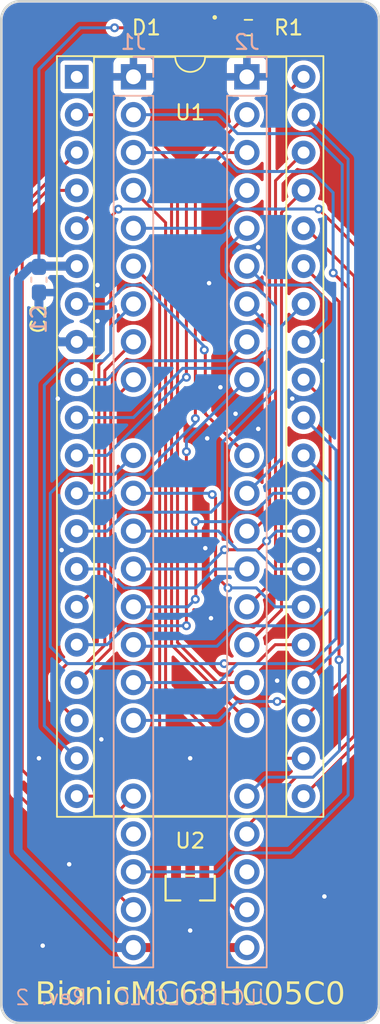
<source format=kicad_pcb>
(kicad_pcb (version 20240108) (generator "pcbnew") (generator_version "8.0")
  (title_block (title "BionicMC68HC05C0") (date "2025-03-02") (rev "2") (company "Tadashi G. Takaoka"))
  (layers (0 "F.Cu" signal) (31 "B.Cu" signal) (34 "B.Paste" user) (35 "F.Paste" user) (36 "B.SilkS" user "B.Silkscreen") (37 "F.SilkS" user "F.Silkscreen") (38 "B.Mask" user) (39 "F.Mask" user) (44 "Edge.Cuts" user))
  (net 0 "")
  (net 1 "VCC")
  (net 2 "GND")
  (net 3 "Net-(D1-K)")
  (net 4 "/P10")
  (net 5 "/P11")
  (net 6 "/P12")
  (net 7 "/P13")
  (net 8 "/P14")
  (net 9 "/P15")
  (net 10 "/P16")
  (net 11 "/P17")
  (net 12 "/P30")
  (net 13 "/P31")
  (net 14 "/P32")
  (net 15 "/P33")
  (net 16 "/P34")
  (net 17 "/P35")
  (net 18 "/P36")
  (net 19 "/P37")
  (net 20 "/P50")
  (net 22 "/P52")
  (net 23 "/P53")
  (net 24 "Net-(J2-P57)")
  (net 26 "/P55")
  (net 27 "/P47")
  (net 28 "/P46")
  (net 29 "/P45")
  (net 30 "/P44")
  (net 31 "/P43")
  (net 32 "/P42")
  (net 33 "/P41")
  (net 34 "/P40")
  (net 35 "/P27")
  (net 36 "/P26")
  (net 37 "/P25")
  (net 38 "/P24")
  (net 39 "/P23")
  (net 40 "/P22")
  (net 41 "/P21")
  (net 42 "/P20")
  (net 43 "/P54")
  (footprint "Capacitor_SMD:C_0603_1608Metric_Pad1.08x0.95mm_HandSolder" (layer "F.Cu") (at 103.54 88.6933 -90)
    (property "Reference" "C2" (at 2.6405 0.03 90) (layer "F.SilkS"))
    (property "Value" "22u")
    (fp_line (start -0.146267 0.51) (end 0.146267 0.51) (stroke (width 0.12)) (layer "F.SilkS"))
    (fp_line (start -0.146267 -0.51) (end 0.146267 -0.51) (stroke (width 0.12)) (layer "F.SilkS"))
    (pad "1" smd roundrect (at -0.8625 0 270) (size 1.075 0.95) (layers "F.Cu" "F.Paste" "F.Mask") (net 1 "VCC"))
    (pad "2" smd roundrect (at 0.8625 0 270) (size 1.075 0.95) (layers "F.Cu" "F.Paste" "F.Mask") (net 2 "GND"))
  )
  (footprint "Resistor_SMD:R_0603_1608Metric_Pad0.98x0.95mm_HandSolder" (layer "F.Cu") (at 117.6135 71.778)
    (property "Reference" "R1" (at 2.6905 0 0) (layer "F.SilkS"))
    (property "Value" "1.6k" (hide yes))
    (fp_line (start -0.254724 -0.5225) (end 0.254724 -0.5225) (stroke (width 0.12)) (layer "F.SilkS"))
    (fp_line (start -0.254724 0.5225) (end 0.254724 0.5225) (stroke (width 0.12)) (layer "F.SilkS"))
    (pad "1" smd roundrect (at -0.9125 0) (size 0.975 0.95) (layers "F.Cu" "F.Paste" "F.Mask") (net 3 "Net-(D1-K)"))
    (pad "2" smd roundrect (at 0.9125 0) (size 0.975 0.95) (layers "F.Cu" "F.Paste" "F.Mask") (net 2 "GND"))
  )
  (footprint "microchip:SOT-23_MC_MCH-M" (layer "F.Cu") (at 113.7 129.513 180)
    (property "Reference" "U2" (at 0 3.1758 0) (layer "F.SilkS"))
    (property "Value" "11AA010-I/TT")
    (fp_line (start 1.652 0.827) (end 1.652 -0.827) (stroke (width 0.1524)) (layer "F.SilkS"))
    (fp_line (start 1.652 -0.827) (end 0.66294 -0.827) (stroke (width 0.1524)) (layer "F.SilkS"))
    (fp_line (start -0.287061 0.827) (end 0.287061 0.827) (stroke (width 0.1524)) (layer "F.SilkS"))
    (fp_line (start -0.66294 -0.827) (end -1.652 -0.827) (stroke (width 0.1524)) (layer "F.SilkS"))
    (fp_line (start -1.652 -0.827) (end -1.652 0.827) (stroke (width 0.1524)) (layer "F.SilkS"))
    (pad "1" smd rect (at -0.950001 1.066 180) (size 0.6604 1.6256) (layers "F.Cu" "F.Paste" "F.Mask") (net 24 "Net-(J2-P57)"))
    (pad "2" smd rect (at 0.950001 1.066 180) (size 0.6604 1.6256) (layers "F.Cu" "F.Paste" "F.Mask") (net 1 "VCC"))
    (pad "3" smd rect (at 0 -1.066 180) (size 0.6604 1.6256) (layers "F.Cu" "F.Paste" "F.Mask") (net 2 "GND"))
  )
  (footprint "bionic:DIP-40_W15.24mm_Socket" (layer "F.Cu") (at 106.08 75.08)
    (property "Reference" "U1" (at 7.62 2.3876 0) (layer "F.SilkS"))
    (property "Value" "MC68HC05C0")
    (fp_line (start -1.33 -1.39) (end -1.33 49.65) (stroke (width 0.12)) (layer "F.SilkS"))
    (fp_line (start -1.33 49.65) (end 16.57 49.65) (stroke (width 0.12)) (layer "F.SilkS"))
    (fp_line (start 1.16 -1.33) (end 1.16 49.59) (stroke (width 0.12)) (layer "F.SilkS"))
    (fp_line (start 1.16 49.59) (end 14.08 49.59) (stroke (width 0.12)) (layer "F.SilkS"))
    (fp_line (start 6.62 -1.33) (end 1.16 -1.33) (stroke (width 0.12)) (layer "F.SilkS"))
    (fp_line (start 14.08 -1.33) (end 8.62 -1.33) (stroke (width 0.12)) (layer "F.SilkS"))
    (fp_line (start 14.08 49.59) (end 14.08 -1.33) (stroke (width 0.12)) (layer "F.SilkS"))
    (fp_line (start 16.57 -1.39) (end -1.33 -1.39) (stroke (width 0.12)) (layer "F.SilkS"))
    (fp_line (start 16.57 49.65) (end 16.57 -1.39) (stroke (width 0.12)) (layer "F.SilkS"))
    (fp_arc (start 8.62 -1.33) (mid 7.62 -0.33) (end 6.62 -1.33) (stroke (width 0.12)) (layer "F.SilkS"))
    (pad "1" thru_hole rect (at 0 0) (size 1.6 1.6) (drill 0.8) (layers "*.Cu" "*.Mask"))
    (pad "2" thru_hole oval (at 0 2.54) (size 1.6 1.6) (drill 0.8) (layers "*.Cu" "*.Mask") (net 28 "/P46"))
    (pad "3" thru_hole oval (at 0 5.08) (size 1.6 1.6) (drill 0.8) (layers "*.Cu" "*.Mask") (net 23 "/P53"))
    (pad "4" thru_hole oval (at 0 7.62) (size 1.6 1.6) (drill 0.8) (layers "*.Cu" "*.Mask") (net 20 "/P50"))
    (pad "5" thru_hole oval (at 0 10.16) (size 1.6 1.6) (drill 0.8) (layers "*.Cu" "*.Mask") (net 27 "/P47"))
    (pad "6" thru_hole oval (at 0 12.7) (size 1.6 1.6) (drill 0.8) (layers "*.Cu" "*.Mask") (net 1 "VCC"))
    (pad "7" thru_hole oval (at 0 15.24) (size 1.6 1.6) (drill 0.8) (layers "*.Cu" "*.Mask") (net 34 "/P40"))
    (pad "8" thru_hole oval (at 0 17.78) (size 1.6 1.6) (drill 0.8) (layers "*.Cu" "*.Mask") (net 2 "GND"))
    (pad "9" thru_hole oval (at 0 20.32) (size 1.6 1.6) (drill 0.8) (layers "*.Cu" "*.Mask") (net 36 "/P26"))
    (pad "10" thru_hole oval (at 0 22.86) (size 1.6 1.6) (drill 0.8) (layers "*.Cu" "*.Mask") (net 37 "/P25"))
    (pad "11" thru_hole oval (at 0 25.4) (size 1.6 1.6) (drill 0.8) (layers "*.Cu" "*.Mask") (net 42 "/P20"))
    (pad "12" thru_hole oval (at 0 27.94) (size 1.6 1.6) (drill 0.8) (layers "*.Cu" "*.Mask") (net 41 "/P21"))
    (pad "13" thru_hole oval (at 0 30.48) (size 1.6 1.6) (drill 0.8) (layers "*.Cu" "*.Mask") (net 39 "/P23"))
    (pad "14" thru_hole oval (at 0 33.02) (size 1.6 1.6) (drill 0.8) (layers "*.Cu" "*.Mask") (net 31 "/P43"))
    (pad "15" thru_hole oval (at 0 35.56) (size 1.6 1.6) (drill 0.8) (layers "*.Cu" "*.Mask") (net 40 "/P22"))
    (pad "16" thru_hole oval (at 0 38.1) (size 1.6 1.6) (drill 0.8) (layers "*.Cu" "*.Mask") (net 35 "/P27"))
    (pad "17" thru_hole oval (at 0 40.64) (size 1.6 1.6) (drill 0.8) (layers "*.Cu" "*.Mask") (net 11 "/P17"))
    (pad "18" thru_hole oval (at 0 43.18) (size 1.6 1.6) (drill 0.8) (layers "*.Cu" "*.Mask") (net 10 "/P16"))
    (pad "19" thru_hole oval (at 0 45.72) (size 1.6 1.6) (drill 0.8) (layers "*.Cu" "*.Mask") (net 9 "/P15"))
    (pad "20" thru_hole oval (at 0 48.26) (size 1.6 1.6) (drill 0.8) (layers "*.Cu" "*.Mask") (net 8 "/P14"))
    (pad "21" thru_hole oval (at 15.24 48.26) (size 1.6 1.6) (drill 0.8) (layers "*.Cu" "*.Mask") (net 7 "/P13"))
    (pad "22" thru_hole oval (at 15.24 45.72) (size 1.6 1.6) (drill 0.8) (layers "*.Cu" "*.Mask") (net 6 "/P12"))
    (pad "23" thru_hole oval (at 15.24 43.18) (size 1.6 1.6) (drill 0.8) (layers "*.Cu" "*.Mask") (net 5 "/P11"))
    (pad "24" thru_hole oval (at 15.24 40.64) (size 1.6 1.6) (drill 0.8) (layers "*.Cu" "*.Mask") (net 4 "/P10"))
    (pad "25" thru_hole oval (at 15.24 38.1) (size 1.6 1.6) (drill 0.8) (layers "*.Cu" "*.Mask") (net 12 "/P30"))
    (pad "26" thru_hole oval (at 15.24 35.56) (size 1.6 1.6) (drill 0.8) (layers "*.Cu" "*.Mask") (net 13 "/P31"))
    (pad "27" thru_hole oval (at 15.24 33.02) (size 1.6 1.6) (drill 0.8) (layers "*.Cu" "*.Mask") (net 14 "/P32"))
    (pad "28" thru_hole oval (at 15.24 30.48) (size 1.6 1.6) (drill 0.8) (layers "*.Cu" "*.Mask") (net 15 "/P33"))
    (pad "29" thru_hole oval (at 15.24 27.94) (size 1.6 1.6) (drill 0.8) (layers "*.Cu" "*.Mask") (net 16 "/P34"))
    (pad "30" thru_hole oval (at 15.24 25.4) (size 1.6 1.6) (drill 0.8) (layers "*.Cu" "*.Mask") (net 17 "/P35"))
    (pad "31" thru_hole oval (at 15.24 22.86) (size 1.6 1.6) (drill 0.8) (layers "*.Cu" "*.Mask") (net 18 "/P36"))
    (pad "32" thru_hole oval (at 15.24 20.32) (size 1.6 1.6) (drill 0.8) (layers "*.Cu" "*.Mask") (net 19 "/P37"))
    (pad "33" thru_hole oval (at 15.24 17.78) (size 1.6 1.6) (drill 0.8) (layers "*.Cu" "*.Mask") (net 38 "/P24"))
    (pad "34" thru_hole oval (at 15.24 15.24) (size 1.6 1.6) (drill 0.8) (layers "*.Cu" "*.Mask") (net 33 "/P41"))
    (pad "35" thru_hole oval (at 15.24 12.7) (size 1.6 1.6) (drill 0.8) (layers "*.Cu" "*.Mask") (net 43 "/P54"))
    (pad "36" thru_hole oval (at 15.24 10.16) (size 1.6 1.6) (drill 0.8) (layers "*.Cu" "*.Mask") (net 26 "/P55"))
    (pad "37" thru_hole oval (at 15.24 7.62) (size 1.6 1.6) (drill 0.8) (layers "*.Cu" "*.Mask") (net 29 "/P45"))
    (pad "38" thru_hole oval (at 15.24 5.08) (size 1.6 1.6) (drill 0.8) (layers "*.Cu" "*.Mask") (net 30 "/P44"))
    (pad "39" thru_hole oval (at 15.24 2.54) (size 1.6 1.6) (drill 0.8) (layers "*.Cu" "*.Mask") (net 22 "/P52"))
    (pad "40" thru_hole oval (at 15.24 0) (size 1.6 1.6) (drill 0.8) (layers "*.Cu" "*.Mask") (net 32 "/P42"))
  )
  (footprint "rhom:LED_CSL1901UW1_ROM-M" (layer "F.Cu") (at 113.7 71.778 180)
    (property "Reference" "D1" (at 2.9464 0 0) (layer "F.SilkS"))
    (property "Value" "CSL1901UW1")
    (fp_circle (center -1.651 0.6858) (end -1.5748 0.6858) (stroke (width 0.1524)) (fill none) (layer "F.SilkS"))
    (pad "1" smd rect (at -0.8763 0 180) (size 0.9652 0.762) (layers "F.Cu" "F.Paste" "F.Mask") (net 3 "Net-(D1-K)"))
    (pad "2" smd rect (at 0.8763 0 180) (size 0.9652 0.762) (layers "F.Cu" "F.Paste" "F.Mask") (net 1 "VCC"))
    (zone (net 0) (net_name "") (layer "F.Cu") (connect_pads (clearance 0)) (min_thickness 0.254)
      (keepout (tracks not_allowed) (vias not_allowed) (pads allowed) (copperpour not_allowed) (footprints allowed))
      (fill (thermal_gap 0.508) (thermal_bridge_width 0.508))
      (polygon (pts (xy 114.0429 72.1336) (xy 113.3571 72.1336) (xy 113.3571 71.4224) (xy 114.0429 71.4224)))
    )
  )
  (footprint "Capacitor_SMD:C_0603_1608Metric_Pad1.08x0.95mm_HandSolder" (layer "B.Cu") (at 103.54 88.6933 -90)
    (property "Reference" "C1" (at 2.6405 0 90) (layer "B.SilkS") (effects (justify mirror)))
    (property "Value" "0.1u" (hide yes))
    (fp_line (start 0.146267 0.51) (end -0.146267 0.51) (stroke (width 0.12)) (layer "B.SilkS"))
    (fp_line (start 0.146267 -0.51) (end -0.146267 -0.51) (stroke (width 0.12)) (layer "B.SilkS"))
    (pad "1" smd roundrect (at -0.8625 0 270) (size 1.075 0.95) (layers "B.Cu" "B.Paste" "B.Mask") (net 1 "VCC"))
    (pad "2" smd roundrect (at 0.8625 0 270) (size 1.075 0.95) (layers "B.Cu" "B.Paste" "B.Mask") (net 2 "GND"))
  )
  (footprint "bionic:Bionic-P135_THT" (layer "B.Cu") (at 109.89 75.08 180)
    (property "Reference" "J1" (at 0 2.33 0) (layer "B.SilkS") (effects (justify mirror)))
    (property "Value" "Bionic-P135")
    (fp_line (start 1.33 -1.27) (end -1.33 -1.27) (stroke (width 0.12)) (layer "B.SilkS"))
    (fp_line (start 1.33 -59.75) (end 1.33 -1.27) (stroke (width 0.12)) (layer "B.SilkS"))
    (fp_line (start 1.33 -59.75) (end -1.33 -59.75) (stroke (width 0.12)) (layer "B.SilkS"))
    (fp_line (start 0 1.33) (end -1.33 1.33) (stroke (width 0.12)) (layer "B.SilkS"))
    (fp_line (start -1.33 1.33) (end -1.33 0) (stroke (width 0.12)) (layer "B.SilkS"))
    (fp_line (start -1.33 -59.75) (end -1.33 -1.27) (stroke (width 0.12)) (layer "B.SilkS"))
    (pad "1" thru_hole rect (at 0 0 180) (size 1.7 1.7) (drill 1) (layers "*.Cu" "*.Mask") (net 2 "GND"))
    (pad "2" thru_hole oval (at 0 -2.54 180) (size 1.7 1.7) (drill 1) (layers "*.Cu" "*.Mask") (net 4 "/P10"))
    (pad "3" thru_hole oval (at 0 -5.08 180) (size 1.7 1.7) (drill 1) (layers "*.Cu" "*.Mask") (net 5 "/P11"))
    (pad "4" thru_hole oval (at 0 -7.62 180) (size 1.7 1.7) (drill 1) (layers "*.Cu" "*.Mask") (net 6 "/P12"))
    (pad "5" thru_hole oval (at 0 -10.16 180) (size 1.7 1.7) (drill 1) (layers "*.Cu" "*.Mask") (net 7 "/P13"))
    (pad "6" thru_hole oval (at 0 -12.7 180) (size 1.7 1.7) (drill 1) (layers "*.Cu" "*.Mask") (net 8 "/P14"))
    (pad "7" thru_hole oval (at 0 -15.24 180) (size 1.7 1.7) (drill 1) (layers "*.Cu" "*.Mask") (net 9 "/P15"))
    (pad "8" thru_hole oval (at 0 -17.78 180) (size 1.7 1.7) (drill 1) (layers "*.Cu" "*.Mask") (net 10 "/P16"))
    (pad "9" thru_hole oval (at 0 -20.32 180) (size 1.7 1.7) (drill 1) (layers "*.Cu" "*.Mask") (net 11 "/P17"))
    (pad "11" thru_hole oval (at 0 -25.4 180) (size 1.7 1.7) (drill 1) (layers "*.Cu" "*.Mask") (net 12 "/P30"))
    (pad "12" thru_hole oval (at 0 -27.94 180) (size 1.7 1.7) (drill 1) (layers "*.Cu" "*.Mask") (net 13 "/P31"))
    (pad "13" thru_hole oval (at 0 -30.48 180) (size 1.7 1.7) (drill 1) (layers "*.Cu" "*.Mask") (net 14 "/P32"))
    (pad "14" thru_hole oval (at 0 -33.02 180) (size 1.7 1.7) (drill 1) (layers "*.Cu" "*.Mask") (net 15 "/P33"))
    (pad "15" thru_hole oval (at 0 -35.56 180) (size 1.7 1.7) (drill 1) (layers "*.Cu" "*.Mask") (net 16 "/P34"))
    (pad "16" thru_hole oval (at 0 -38.1 180) (size 1.7 1.7) (drill 1) (layers "*.Cu" "*.Mask") (net 17 "/P35"))
    (pad "17" thru_hole oval (at 0 -40.64 180) (size 1.7 1.7) (drill 1) (layers "*.Cu" "*.Mask") (net 18 "/P36"))
    (pad "18" thru_hole oval (at 0 -43.18 180) (size 1.7 1.7) (drill 1) (layers "*.Cu" "*.Mask") (net 19 "/P37"))
    (pad "20" thru_hole oval (at 0 -48.26 180) (size 1.7 1.7) (drill 1) (layers "*.Cu" "*.Mask") (net 20 "/P50"))
    (pad "21" thru_hole oval (at 0 -50.8 180) (size 1.7 1.7) (drill 1) (layers "*.Cu" "*.Mask"))
    (pad "22" thru_hole oval (at 0 -53.34 180) (size 1.7 1.7) (drill 1) (layers "*.Cu" "*.Mask") (net 22 "/P52"))
    (pad "23" thru_hole oval (at 0 -55.88 180) (size 1.7 1.7) (drill 1) (layers "*.Cu" "*.Mask") (net 23 "/P53"))
    (pad "24" thru_hole oval (at 0 -58.42 180) (size 1.7 1.7) (drill 1) (layers "*.Cu" "*.Mask") (net 1 "VCC"))
  )
  (footprint "bionic:Bionic-P245_THT" (layer "B.Cu") (at 117.51 75.08 180)
    (property "Reference" "J2" (at 0 2.33 0) (layer "B.SilkS") (effects (justify mirror)))
    (property "Value" "Bionic-P245")
    (fp_line (start 1.33 -1.27) (end -1.33 -1.27) (stroke (width 0.12)) (layer "B.SilkS"))
    (fp_line (start 1.33 -59.75) (end 1.33 -1.27) (stroke (width 0.12)) (layer "B.SilkS"))
    (fp_line (start 1.33 -59.75) (end -1.33 -59.75) (stroke (width 0.12)) (layer "B.SilkS"))
    (fp_line (start 0 1.33) (end -1.33 1.33) (stroke (width 0.12)) (layer "B.SilkS"))
    (fp_line (start -1.33 1.33) (end -1.33 0) (stroke (width 0.12)) (layer "B.SilkS"))
    (fp_line (start -1.33 -59.75) (end -1.33 -1.27) (stroke (width 0.12)) (layer "B.SilkS"))
    (pad "25" thru_hole oval (at 0 -58.42 180) (size 1.7 1.7) (drill 1) (layers "*.Cu" "*.Mask") (net 1 "VCC"))
    (pad "26" thru_hole oval (at 0 -55.88 180) (size 1.7 1.7) (drill 1) (layers "*.Cu" "*.Mask") (net 24 "Net-(J2-P57)"))
    (pad "27" thru_hole oval (at 0 -53.34 180) (size 1.7 1.7) (drill 1) (layers "*.Cu" "*.Mask"))
    (pad "28" thru_hole oval (at 0 -50.8 180) (size 1.7 1.7) (drill 1) (layers "*.Cu" "*.Mask") (net 26 "/P55"))
    (pad "29" thru_hole oval (at 0 -48.26 180) (size 1.7 1.7) (drill 1) (layers "*.Cu" "*.Mask") (net 43 "/P54"))
    (pad "31" thru_hole oval (at 0 -43.18 180) (size 1.7 1.7) (drill 1) (layers "*.Cu" "*.Mask") (net 27 "/P47"))
    (pad "32" thru_hole oval (at 0 -40.64 180) (size 1.7 1.7) (drill 1) (layers "*.Cu" "*.Mask") (net 28 "/P46"))
    (pad "33" thru_hole oval (at 0 -38.1 180) (size 1.7 1.7) (drill 1) (layers "*.Cu" "*.Mask") (net 29 "/P45"))
    (pad "34" thru_hole oval (at 0 -35.56 180) (size 1.7 1.7) (drill 1) (layers "*.Cu" "*.Mask") (net 30 "/P44"))
    (pad "35" thru_hole oval (at 0 -33.02 180) (size 1.7 1.7) (drill 1) (layers "*.Cu" "*.Mask") (net 31 "/P43"))
    (pad "36" thru_hole oval (at 0 -30.48 180) (size 1.7 1.7) (drill 1) (layers "*.Cu" "*.Mask") (net 32 "/P42"))
    (pad "37" thru_hole oval (at 0 -27.94 180) (size 1.7 1.7) (drill 1) (layers "*.Cu" "*.Mask") (net 33 "/P41"))
    (pad "38" thru_hole oval (at 0 -25.4 180) (size 1.7 1.7) (drill 1) (layers "*.Cu" "*.Mask") (net 34 "/P40"))
    (pad "40" thru_hole oval (at 0 -20.32 180) (size 1.7 1.7) (drill 1) (layers "*.Cu" "*.Mask") (net 35 "/P27"))
    (pad "41" thru_hole oval (at 0 -17.78 180) (size 1.7 1.7) (drill 1) (layers "*.Cu" "*.Mask") (net 36 "/P26"))
    (pad "42" thru_hole oval (at 0 -15.24 180) (size 1.7 1.7) (drill 1) (layers "*.Cu" "*.Mask") (net 37 "/P25"))
    (pad "43" thru_hole oval (at 0 -12.7 180) (size 1.7 1.7) (drill 1) (layers "*.Cu" "*.Mask") (net 38 "/P24"))
    (pad "44" thru_hole oval (at 0 -10.16 180) (size 1.7 1.7) (drill 1) (layers "*.Cu" "*.Mask") (net 39 "/P23"))
    (pad "45" thru_hole oval (at 0 -7.62 180) (size 1.7 1.7) (drill 1) (layers "*.Cu" "*.Mask") (net 40 "/P22"))
    (pad "46" thru_hole oval (at 0 -5.08 180) (size 1.7 1.7) (drill 1) (layers "*.Cu" "*.Mask") (net 41 "/P21"))
    (pad "47" thru_hole oval (at 0 -2.54 180) (size 1.7 1.7) (drill 1) (layers "*.Cu" "*.Mask") (net 42 "/P20"))
    (pad "48" thru_hole rect (at 0 0 180) (size 1.7 1.7) (drill 1) (layers "*.Cu" "*.Mask") (net 2 "GND"))
  )
  (gr_line (start 125.13 70) (end 102.27 70) (stroke (width 0.15)) (layer "Edge.Cuts"))
  (gr_line (start 126.4 137.31) (end 126.4 71.27) (stroke (width 0.15)) (layer "Edge.Cuts"))
  (gr_arc (start 101 71.27) (mid 101.371974 70.371974) (end 102.27 70) (stroke (width 0.15)) (layer "Edge.Cuts"))
  (gr_line (start 102.27 138.58) (end 125.13 138.58) (stroke (width 0.15)) (layer "Edge.Cuts"))
  (gr_arc (start 125.13 70) (mid 126.028026 70.371974) (end 126.4 71.27) (stroke (width 0.15)) (layer "Edge.Cuts"))
  (gr_arc (start 102.27 138.58) (mid 101.371974 138.208026) (end 101 137.31) (stroke (width 0.15)) (layer "Edge.Cuts"))
  (gr_line (start 101 71.27) (end 101 137.31) (stroke (width 0.15)) (layer "Edge.Cuts"))
  (gr_arc (start 126.4 137.31) (mid 126.028026 138.208026) (end 125.13 138.58) (stroke (width 0.15)) (layer "Edge.Cuts"))
  (gr_text "Rev. 2" (at 106.842 137.437 0) (layer "B.SilkS") (effects (font (size 1 1)) (justify left bottom mirror)))
  (gr_text "JLCJLCJLCJLC" (at 113.827 137.437 0) (layer "B.SilkS") (effects (font (size 1 1)) (justify bottom mirror)))
  (gr_text "BionicMC68HC05C0" (at 113.7 136.675 0) (layer "F.SilkS") (effects (font (size 1.5 1.5))))
  (segment (start 103.5908 87.78) (end 103.54 87.8308) (width 0.2) (layer "F.Cu") (net 1))
  (segment (start 112.7348 133.5) (end 117.51 133.5) (width 0.6) (layer "F.Cu") (net 1))
  (segment (start 112.811 71.7907) (end 112.8237 71.778) (width 0.2) (layer "F.Cu") (net 1))
  (segment (start 103.54 87.78) (end 106.08 87.78) (width 0.6) (layer "F.Cu") (net 1))
  (segment (start 109.89 133.5) (end 112.7348 133.5) (width 0.6) (layer "F.Cu") (net 1))
  (segment (start 112.749999 133.484801) (end 112.7348 133.5) (width 0.2) (layer "F.Cu") (net 1))
  (segment (start 112.749999 128.447) (end 112.749999 133.484801) (width 0.2) (layer "F.Cu") (net 1))
  (segment (start 108.62 71.7907) (end 112.811 71.7907) (width 0.2) (layer "F.Cu") (net 1))
  (via (at 108.62 71.7907) (size 0.6) (drill 0.3) (layers "F.Cu" "B.Cu") (net 1))
  (segment (start 102.143 88.669) (end 103.032 87.78) (width 0.6) (layer "B.Cu") (net 1))
  (segment (start 103.4726 87.8993) (end 103.4207 87.8993) (width 0.2) (layer "B.Cu") (net 1))
  (segment (start 105.8414 88.0186) (end 106.08 87.78) (width 0.2) (layer "B.Cu") (net 1))
  (segment (start 103.032 87.78) (end 106.08 87.78) (width 0.6) (layer "B.Cu") (net 1))
  (segment (start 102.143 127.023) (end 102.143 88.669) (width 0.6) (layer "B.Cu") (net 1))
  (segment (start 108.62 71.7907) (end 106.3213 71.7907) (width 0.2) (layer "B.Cu") (net 1))
  (segment (start 106.3213 71.7907) (end 103.54 74.572) (width 0.2) (layer "B.Cu") (net 1))
  (segment (start 108.62 133.5) (end 102.143 127.023) (width 0.6) (layer "B.Cu") (net 1))
  (segment (start 109.89 133.5) (end 108.62 133.5) (width 0.6) (layer "B.Cu") (net 1))
  (segment (start 103.54 74.572) (end 103.54 87.8319) (width 0.2) (layer "B.Cu") (net 1))
  (segment (start 103.54 87.8319) (end 103.4726 87.8993) (width 0.2) (layer "B.Cu") (net 1))
  (segment (start 103.54 89.5558) (end 103.54 91.59) (width 0.6) (layer "F.Cu") (net 2))
  (segment (start 104.81 92.86) (end 107.477 92.86) (width 0.6) (layer "F.Cu") (net 2))
  (segment (start 103.54 91.59) (end 104.81 92.86) (width 0.6) (layer "F.Cu") (net 2))
  (via (at 122.59 94.13) (size 0.6) (drill 0.3) (layers "F.Cu" "B.Cu") (net 2))
  (via (at 107.731 119.53) (size 0.6) (drill 0.3) (layers "F.Cu" "B.Cu") (net 2))
  (via (at 113.7 132.357) (size 0.6) (drill 0.3) (layers "F.Cu" "B.Cu") (net 2))
  (via (at 114.843 99.337) (size 0.6) (drill 0.3) (layers "F.Cu" "B.Cu") (net 2))
  (via (at 103.54 120.8) (size 0.6) (drill 0.3) (layers "F.Cu" "B.Cu") (net 2))
  (via (at 105.572 127.912) (size 0.6) (drill 0.3) (layers "F.Cu" "B.Cu") (net 2))
  (via (at 114.716 106.703) (size 0.6) (drill 0.3) (layers "F.Cu" "B.Cu") (net 2))
  (via (at 113.7 120.8) (size 0.6) (drill 0.3) (layers "F.Cu" "B.Cu") (net 2))
  (via (at 120.558 96.67) (size 0.6) (drill 0.3) (layers "F.Cu" "B.Cu") (net 2))
  (via (at 107.477 91.463) (size 0.6) (drill 0.3) (layers "F.Cu" "B.Cu") (net 2))
  (via (at 107.477 89.05) (size 0.6) (drill 0.3) (layers "F.Cu" "B.Cu") (net 2))
  (via (at 104.81 96.67) (size 0.6) (drill 0.3) (layers "F.Cu" "B.Cu") (net 2))
  (via (at 105.064 106.83) (size 0.6) (drill 0.3) (layers "F.Cu" "B.Cu") (net 2))
  (via (at 122.336 106.83) (size 0.6) (drill 0.3) (layers "F.Cu" "B.Cu") (net 2))
  (via (at 116.748 97.686) (size 0.6) (drill 0.3) (layers "F.Cu" "B.Cu") (net 2))
  (via (at 115.097 111.402) (size 0.6) (drill 0.3) (layers "F.Cu" "B.Cu") (net 2))
  (via (at 103.794 133.373) (size 0.6) (drill 0.3) (layers "F.Cu" "B.Cu") (net 2))
  (via (at 114.97 88.923) (size 0.6) (drill 0.3) (layers "F.Cu" "B.Cu") (net 2))
  (via (at 115.732 95.908) (size 0.6) (drill 0.3) (layers "F.Cu" "B.Cu") (net 2))
  (via (at 122.717 130.071) (size 0.6) (drill 0.3) (layers "F.Cu" "B.Cu") (net 2))
  (via (at 118.272 86.51) (size 0.6) (drill 0.3) (layers "F.Cu" "B.Cu") (net 2))
  (via (at 118.272 98.702) (size 0.6) (drill 0.3) (layers "F.Cu" "B.Cu") (net 2))
  (via (at 119.542 115.593) (size 0.6) (drill 0.3) (layers "F.Cu" "B.Cu") (net 2))
  (segment (start 104.81 92.86) (end 107.477 92.86) (width 0.6) (layer "B.Cu") (net 2))
  (segment (start 103.54 91.59) (end 104.81 92.86) (width 0.6) (layer "B.Cu") (net 2))
  (segment (start 103.54 89.5569) (end 103.54 91.59) (width 0.6) (layer "B.Cu") (net 2))
  (segment (start 114.5763 71.778) (end 116.701 71.778) (width 0.2) (layer "F.Cu") (net 3))
  (segment (start 123.9108 80.9728) (end 121.828 78.89) (width 0.2) (layer "B.Cu") (net 4))
  (segment (start 115.605 77.62) (end 109.89 77.62) (width 0.2) (layer "B.Cu") (net 4))
  (segment (start 121.32 115.72) (end 123.9108 113.1292) (width 0.2) (layer "B.Cu") (net 4))
  (segment (start 123.9108 113.1292) (end 123.9108 80.9728) (width 0.2) (layer "B.Cu") (net 4))
  (segment (start 116.875 78.89) (end 115.605 77.62) (width 0.2) (layer "B.Cu") (net 4))
  (segment (start 121.828 78.89) (end 116.875 78.89) (width 0.2) (layer "B.Cu") (net 4))
  (segment (start 123.3108 88.23435) (end 124.33 89.25355) (width 0.2) (layer "F.Cu") (net 5))
  (segment (start 124.33 89.25355) (end 124.33 115.123) (width 0.2) (layer "F.Cu") (net 5))
  (segment (start 124.33 115.123) (end 121.32 118.133) (width 0.2) (layer "F.Cu") (net 5))
  (segment (start 121.32 118.133) (end 121.32 118.26) (width 0.2) (layer "F.Cu") (net 5))
  (via (at 123.3108 88.23435) (size 0.6) (drill 0.3) (layers "F.Cu" "B.Cu") (net 5))
  (segment (start 115.605 80.16) (end 109.89 80.16) (width 0.2) (layer "B.Cu") (net 5))
  (segment (start 123.3012 88.22475) (end 123.3012 82.8524) (width 0.2) (layer "B.Cu") (net 5))
  (segment (start 123.3012 82.8524) (end 121.8788 81.43) (width 0.2) (layer "B.Cu") (net 5))
  (segment (start 116.875 81.43) (end 115.605 80.16) (width 0.2) (layer "B.Cu") (net 5))
  (segment (start 123.3108 88.23435) (end 123.3012 88.22475) (width 0.2) (layer "B.Cu") (net 5))
  (segment (start 121.8788 81.43) (end 116.875 81.43) (width 0.2) (layer "B.Cu") (net 5))
  (segment (start 112.049 116.101) (end 112.049 84.859) (width 0.2) (layer "F.Cu") (net 6))
  (segment (start 121.32 120.8) (end 116.748 120.8) (width 0.2) (layer "F.Cu") (net 6))
  (segment (start 112.049 84.859) (end 109.89 82.7) (width 0.2) (layer "F.Cu") (net 6))
  (segment (start 116.748 120.8) (end 112.049 116.101) (width 0.2) (layer "F.Cu") (net 6))
  (segment (start 125.13 119.53) (end 121.32 123.34) (width 0.2) (layer "F.Cu") (net 7))
  (segment (start 122.3297 83.9484) (end 125.13 86.7487) (width 0.2) (layer "F.Cu") (net 7))
  (segment (start 125.13 86.7487) (end 125.13 119.53) (width 0.2) (layer "F.Cu") (net 7))
  (via (at 122.3297 83.9484) (size 0.6) (drill 0.3) (layers "F.Cu" "B.Cu") (net 7))
  (segment (start 117.0259 83.9484) (end 122.3297 83.9484) (width 0.2) (layer "B.Cu") (net 7))
  (segment (start 115.7343 85.24) (end 117.0259 83.9484) (width 0.2) (layer "B.Cu") (net 7))
  (segment (start 109.89 85.24) (end 115.7343 85.24) (width 0.2) (layer "B.Cu") (net 7))
  (segment (start 111.649 119.041) (end 107.35 123.34) (width 0.2) (layer "F.Cu") (net 8))
  (segment (start 109.89 87.78) (end 111.649 89.539) (width 0.2) (layer "F.Cu") (net 8))
  (segment (start 111.649 89.539) (end 111.649 119.041) (width 0.2) (layer "F.Cu") (net 8))
  (segment (start 107.35 123.34) (end 106.08 123.34) (width 0.2) (layer "F.Cu") (net 8))
  (segment (start 108.366 91.844) (end 108.366 93.622) (width 0.2) (layer "B.Cu") (net 9))
  (segment (start 109.89 90.32) (end 108.366 91.844) (width 0.2) (layer "B.Cu") (net 9))
  (segment (start 108.366 93.622) (end 107.858 94.13) (width 0.2) (layer "B.Cu") (net 9))
  (segment (start 103.902 95.7703) (end 103.902 118.622) (width 0.2) (layer "B.Cu") (net 9))
  (segment (start 105.5423 94.13) (end 103.902 95.7703) (width 0.2) (layer "B.Cu") (net 9))
  (segment (start 107.858 94.13) (end 105.5423 94.13) (width 0.2) (layer "B.Cu") (net 9))
  (segment (start 103.902 118.622) (end 106.08 120.8) (width 0.2) (layer "B.Cu") (net 9))
  (segment (start 104.556 115.339) (end 105.445 114.45) (width 0.2) (layer "F.Cu") (net 10))
  (segment (start 104.556 116.736) (end 104.556 115.339) (width 0.2) (layer "F.Cu") (net 10))
  (segment (start 106.715 114.45) (end 107.966 113.199) (width 0.2) (layer "F.Cu") (net 10))
  (segment (start 107.966 113.199) (end 107.966 94.784) (width 0.2) (layer "F.Cu") (net 10))
  (segment (start 107.966 94.784) (end 109.89 92.86) (width 0.2) (layer "F.Cu") (net 10))
  (segment (start 105.445 114.45) (end 106.715 114.45) (width 0.2) (layer "F.Cu") (net 10))
  (segment (start 106.08 118.26) (end 104.556 116.736) (width 0.2) (layer "F.Cu") (net 10))
  (segment (start 108.366 113.434) (end 108.366 96.924) (width 0.2) (layer "F.Cu") (net 11))
  (segment (start 108.366 96.924) (end 109.89 95.4) (width 0.2) (layer "F.Cu") (net 11))
  (segment (start 106.08 115.72) (end 108.366 113.434) (width 0.2) (layer "F.Cu") (net 11))
  (segment (start 119.415 113.18) (end 121.32 113.18) (width 0.2) (layer "F.Cu") (net 12))
  (segment (start 115.986 114.45) (end 118.145 114.45) (width 0.2) (layer "F.Cu") (net 12))
  (segment (start 118.145 114.45) (end 119.415 113.18) (width 0.2) (layer "F.Cu") (net 12))
  (via (at 115.986 114.45) (size 0.6) (drill 0.3) (layers "F.Cu" "B.Cu") (net 12))
  (segment (start 115.986 114.45) (end 115.9858 114.4502) (width 0.2) (layer "B.Cu") (net 12))
  (segment (start 105.4452 114.4502) (end 104.302 113.307) (width 0.2) (layer "B.Cu") (net 12))
  (segment (start 108.62 101.75) (end 109.89 100.48) (width 0.2) (layer "B.Cu") (net 12))
  (segment (start 104.302 103.02) (end 105.572 101.75) (width 0.2) (layer "B.Cu") (net 12))
  (segment (start 115.9858 114.4502) (end 105.4452 114.4502) (width 0.2) (layer "B.Cu") (net 12))
  (segment (start 104.302 113.307) (end 104.302 103.02) (width 0.2) (layer "B.Cu") (net 12))
  (segment (start 105.572 101.75) (end 108.62 101.75) (width 0.2) (layer "B.Cu") (net 12))
  (segment (start 115.406235 108.536235) (end 116.24 109.37) (width 0.2) (layer "F.Cu") (net 13))
  (segment (start 115.180735 103.103735) (end 115.406235 103.329235) (width 0.2) (layer "F.Cu") (net 13))
  (segment (start 115.406235 103.329235) (end 115.406235 108.536235) (width 0.2) (layer "F.Cu") (net 13))
  (via (at 115.180735 103.103735) (size 0.6) (drill 0.3) (layers "F.Cu" "B.Cu") (net 13))
  (via (at 116.24 109.37) (size 0.6) (drill 0.3) (layers "F.Cu" "B.Cu") (net 13))
  (segment (start 115.097 103.02) (end 115.180735 103.103735) (width 0.2) (layer "B.Cu") (net 13))
  (segment (start 109.89 103.02) (end 115.097 103.02) (width 0.2) (layer "B.Cu") (net 13))
  (segment (start 119.415 110.64) (end 121.32 110.64) (width 0.2) (layer "B.Cu") (net 13))
  (segment (start 116.24 109.37) (end 118.145 109.37) (width 0.2) (layer "B.Cu") (net 13))
  (segment (start 118.145 109.37) (end 119.415 110.64) (width 0.2) (layer "B.Cu") (net 13))
  (segment (start 109.89 105.56) (end 115.605 105.56) (width 0.2) (layer "B.Cu") (net 14))
  (segment (start 116.8697 106.8247) (end 118.1397 106.8247) (width 0.2) (layer "B.Cu") (net 14))
  (segment (start 115.605 105.56) (end 116.8697 106.8247) (width 0.2) (layer "B.Cu") (net 14))
  (segment (start 118.1397 106.8247) (end 119.415 108.1) (width 0.2) (layer "B.Cu") (net 14))
  (segment (start 119.415 108.1) (end 121.32 108.1) (width 0.2) (layer "B.Cu") (net 14))
  (segment (start 118.248935 106.809765) (end 118.834 106.2247) (width 0.2) (layer "F.Cu") (net 15))
  (segment (start 116.006235 106.809765) (end 118.248935 106.809765) (width 0.2) (layer "F.Cu") (net 15))
  (via (at 116.006235 106.809765) (size 0.6) (drill 0.3) (layers "F.Cu" "B.Cu") (net 15))
  (via (at 118.834 106.2247) (size 0.6) (drill 0.3) (layers "F.Cu" "B.Cu") (net 15))
  (segment (start 118.834 106.2247) (end 119.4987 105.56) (width 0.2) (layer "B.Cu") (net 15))
  (segment (start 116.006235 106.809765) (end 114.716 108.1) (width 0.2) (layer "B.Cu") (net 15))
  (segment (start 114.716 108.1) (end 109.89 108.1) (width 0.2) (layer "B.Cu") (net 15))
  (segment (start 119.4987 105.56) (end 121.32 105.56) (width 0.2) (layer "B.Cu") (net 15))
  (segment (start 114.046 110.132) (end 114.081 110.097) (width 0.2) (layer "F.Cu") (net 16))
  (segment (start 114.081 110.097) (end 114.081 104.96) (width 0.2) (layer "F.Cu") (net 16))
  (segment (start 114.081 104.96) (end 114.046 104.925) (width 0.2) (layer "F.Cu") (net 16))
  (via (at 114.046 104.925) (size 0.6) (drill 0.3) (layers "F.Cu" "B.Cu") (net 16))
  (via (at 114.046 110.132) (size 0.6) (drill 0.3) (layers "F.Cu" "B.Cu") (net 16))
  (segment (start 116.367 104.925) (end 117.002 104.29) (width 0.2) (layer "B.Cu") (net 16))
  (segment (start 113.538 110.64) (end 109.89 110.64) (width 0.2) (layer "B.Cu") (net 16))
  (segment (start 119.288 103.02) (end 121.32 103.02) (width 0.2) (layer "B.Cu") (net 16))
  (segment (start 117.002 104.29) (end 118.018 104.29) (width 0.2) (layer "B.Cu") (net 16))
  (segment (start 118.018 104.29) (end 119.288 103.02) (width 0.2) (layer "B.Cu") (net 16))
  (segment (start 114.046 110.132) (end 113.538 110.64) (width 0.2) (layer "B.Cu") (net 16))
  (segment (start 114.046 104.925) (end 116.367 104.925) (width 0.2) (layer "B.Cu") (net 16))
  (segment (start 109.9914 113.2814) (end 115.5036 113.2814) (width 0.2) (layer "B.Cu") (net 17))
  (segment (start 123.098 110.767) (end 123.098 102.258) (width 0.2) (layer "B.Cu") (net 17))
  (segment (start 116.875 111.91) (end 121.955 111.91) (width 0.2) (layer "B.Cu") (net 17))
  (segment (start 121.955 111.91) (end 123.098 110.767) (width 0.2) (layer "B.Cu") (net 17))
  (segment (start 109.89 113.18) (end 109.9914 113.2814) (width 0.2) (layer "B.Cu") (net 17))
  (segment (start 123.098 102.258) (end 121.32 100.48) (width 0.2) (layer "B.Cu") (net 17))
  (segment (start 115.5036 113.2814) (end 116.875 111.91) (width 0.2) (layer "B.Cu") (net 17))
  (segment (start 121.32 97.94) (end 123.498 100.118) (width 0.2) (layer "B.Cu") (net 18))
  (segment (start 116.875 114.45) (end 115.605 115.72) (width 0.2) (layer "B.Cu") (net 18))
  (segment (start 115.605 115.72) (end 109.89 115.72) (width 0.2) (layer "B.Cu") (net 18))
  (segment (start 123.498 100.118) (end 123.498 112.78) (width 0.2) (layer "B.Cu") (net 18))
  (segment (start 123.498 112.78) (end 121.828 114.45) (width 0.2) (layer "B.Cu") (net 18))
  (segment (start 121.828 114.45) (end 116.875 114.45) (width 0.2) (layer "B.Cu") (net 18))
  (segment (start 123.098 115.789314) (end 123.098 97.178) (width 0.2) (layer "F.Cu") (net 19))
  (segment (start 121.897314 116.99) (end 123.098 115.789314) (width 0.2) (layer "F.Cu") (net 19))
  (segment (start 119.542 116.99) (end 121.897314 116.99) (width 0.2) (layer "F.Cu") (net 19))
  (segment (start 123.098 97.178) (end 121.32 95.4) (width 0.2) (layer "F.Cu") (net 19))
  (via (at 119.542 116.99) (size 0.6) (drill 0.3) (layers "F.Cu" "B.Cu") (net 19))
  (segment (start 116.875 116.99) (end 115.605 118.26) (width 0.2) (layer "B.Cu") (net 19))
  (segment (start 119.542 116.99) (end 116.875 116.99) (width 0.2) (layer "B.Cu") (net 19))
  (segment (start 115.605 118.26) (end 109.89 118.26) (width 0.2) (layer "B.Cu") (net 19))
  (segment (start 102.416 84.389686) (end 104.105686 82.7) (width 0.2) (layer "F.Cu") (net 20))
  (segment (start 105.445 124.61) (end 102.416 121.581) (width 0.2) (layer "F.Cu") (net 20))
  (segment (start 102.416 121.581) (end 102.416 84.389686) (width 0.2) (layer "F.Cu") (net 20))
  (segment (start 104.105686 82.7) (end 106.08 82.7) (width 0.2) (layer "F.Cu") (net 20))
  (segment (start 108.62 124.61) (end 105.445 124.61) (width 0.2) (layer "F.Cu") (net 20))
  (segment (start 109.89 123.34) (end 108.62 124.61) (width 0.2) (layer "F.Cu") (net 20))
  (segment (start 124.3108 80.6108) (end 121.32 77.62) (width 0.2) (layer "B.Cu") (net 22))
  (segment (start 124.3108 123.2702) (end 124.3108 80.6108) (width 0.2) (layer "B.Cu") (net 22))
  (segment (start 115.478 128.42) (end 116.748 127.15) (width 0.2) (layer "B.Cu") (net 22))
  (segment (start 120.431 127.15) (end 124.3108 123.2702) (width 0.2) (layer "B.Cu") (net 22))
  (segment (start 116.748 127.15) (end 120.431 127.15) (width 0.2) (layer "B.Cu") (net 22))
  (segment (start 109.89 128.42) (end 115.478 128.42) (width 0.2) (layer "B.Cu") (net 22))
  (segment (start 102.016 123.086) (end 102.016 84.224) (width 0.2) (layer "F.Cu") (net 23))
  (segment (start 109.89 130.96) (end 102.016 123.086) (width 0.2) (layer "F.Cu") (net 23))
  (segment (start 102.016 84.224) (end 106.08 80.16) (width 0.2) (layer "F.Cu") (net 23))
  (segment (start 117.51 130.96) (end 116.748 130.96) (width 0.2) (layer "F.Cu") (net 24))
  (segment (start 116.748 130.96) (end 114.650001 128.862001) (width 0.2) (layer "F.Cu") (net 24))
  (segment (start 114.650001 128.862001) (end 114.650001 128.447) (width 0.2) (layer "F.Cu") (net 24))
  (segment (start 121.32 85.24) (end 121.4997 85.24) (width 0.2) (layer "F.Cu") (net 26))
  (segment (start 121.4997 85.24) (end 124.73 88.4703) (width 0.2) (layer "F.Cu") (net 26))
  (segment (start 117.51 125.372) (end 117.51 125.88) (width 0.2) (layer "F.Cu") (net 26))
  (segment (start 120.812 122.07) (end 117.51 125.372) (width 0.2) (layer "F.Cu") (net 26))
  (segment (start 121.955 122.07) (end 120.812 122.07) (width 0.2) (layer "F.Cu") (net 26))
  (segment (start 124.73 88.4703) (end 124.73 119.295) (width 0.2) (layer "F.Cu") (net 26))
  (segment (start 124.73 119.295) (end 121.955 122.07) (width 0.2) (layer "F.Cu") (net 26))
  (segment (start 112.449 83.481) (end 112.449 113.199) (width 0.2) (layer "F.Cu") (net 27))
  (segment (start 109.2931 81.43) (end 110.398 81.43) (width 0.2) (layer "F.Cu") (net 27))
  (segment (start 112.449 113.199) (end 117.51 118.26) (width 0.2) (layer "F.Cu") (net 27))
  (segment (start 106.08 85.24) (end 108.366 82.954) (width 0.2) (layer "F.Cu") (net 27))
  (segment (start 108.366 82.3571) (end 109.2931 81.43) (width 0.2) (layer "F.Cu") (net 27))
  (segment (start 110.398 81.43) (end 112.449 83.481) (width 0.2) (layer "F.Cu") (net 27))
  (segment (start 108.366 82.954) (end 108.366 82.3571) (width 0.2) (layer "F.Cu") (net 27))
  (segment (start 117.51 115.72) (end 115.535686 115.72) (width 0.2) (layer "F.Cu") (net 28))
  (segment (start 115.535686 115.72) (end 112.849 113.033314) (width 0.2) (layer "F.Cu") (net 28))
  (segment (start 109.382 78.89) (end 108.112 77.62) (width 0.2) (layer "F.Cu") (net 28))
  (segment (start 110.4615 78.89) (end 109.382 78.89) (width 0.2) (layer "F.Cu") (net 28))
  (segment (start 112.849 113.033314) (end 112.849 81.2775) (width 0.2) (layer "F.Cu") (net 28))
  (segment (start 108.112 77.62) (end 106.08 77.62) (width 0.2) (layer "F.Cu") (net 28))
  (segment (start 112.849 81.2775) (end 110.4615 78.89) (width 0.2) (layer "F.Cu") (net 28))
  (segment (start 119.834 84.186) (end 121.32 82.7) (width 0.2) (layer "F.Cu") (net 29))
  (segment (start 117.51 113.18) (end 119.834 110.856) (width 0.2) (layer "F.Cu") (net 29))
  (segment (start 119.834 110.856) (end 119.834 84.186) (width 0.2) (layer "F.Cu") (net 29))
  (segment (start 119.434 108.716) (end 119.434 82.046) (width 0.2) (layer "F.Cu") (net 30))
  (segment (start 119.434 82.046) (end 121.32 80.16) (width 0.2) (layer "F.Cu") (net 30))
  (segment (start 117.51 110.64) (end 119.434 108.716) (width 0.2) (layer "F.Cu") (net 30))
  (segment (start 109.255 109.37) (end 107.985 108.1) (width 0.2) (layer "B.Cu") (net 31))
  (segment (start 117.51 108.1) (end 115.351 108.1) (width 0.2) (layer "B.Cu") (net 31))
  (segment (start 107.985 108.1) (end 106.08 108.1) (width 0.2) (layer "B.Cu") (net 31))
  (segment (start 115.351 108.1) (end 114.081 109.37) (width 0.2) (layer "B.Cu") (net 31))
  (segment (start 114.081 109.37) (end 109.255 109.37) (width 0.2) (layer "B.Cu") (net 31))
  (segment (start 117.51 105.56) (end 117.9086 105.56) (width 0.2) (layer "F.Cu") (net 32))
  (segment (start 119.034 104.4346) (end 119.034 77.366) (width 0.2) (layer "F.Cu") (net 32))
  (segment (start 119.034 77.366) (end 121.32 75.08) (width 0.2) (layer "F.Cu") (net 32))
  (segment (start 117.9086 105.56) (end 119.034 104.4346) (width 0.2) (layer "F.Cu") (net 32))
  (segment (start 117.51 103.02) (end 119.834 100.696) (width 0.2) (layer "B.Cu") (net 33))
  (segment (start 119.834 91.806) (end 121.32 90.32) (width 0.2) (layer "B.Cu") (net 33))
  (segment (start 119.834 100.696) (end 119.834 91.806) (width 0.2) (layer "B.Cu") (net 33))
  (segment (start 114.649 93.403) (end 114.716 93.47) (width 0.2) (layer "F.Cu") (net 34))
  (segment (start 114.716 93.47) (end 114.716 97.686) (width 0.2) (layer "F.Cu") (net 34))
  (segment (start 114.716 97.686) (end 117.51 100.48) (width 0.2) (layer "F.Cu") (net 34))
  (via (at 114.649 93.403) (size 0.6) (drill 0.3) (layers "F.Cu" "B.Cu") (net 34))
  (segment (start 114.649 93.403) (end 114.649 93.174) (width 0.2) (layer "B.Cu") (net 34))
  (segment (start 110.525 89.05) (end 109.382 89.05) (width 0.2) (layer "B.Cu") (net 34))
  (segment (start 109.382 89.05) (end 108.112 90.32) (width 0.2) (layer "B.Cu") (net 34))
  (segment (start 108.112 90.32) (end 106.08 90.32) (width 0.2) (layer "B.Cu") (net 34))
  (segment (start 114.649 93.174) (end 110.525 89.05) (width 0.2) (layer "B.Cu") (net 34))
  (segment (start 113.449 100.226) (end 113.446 100.229) (width 0.2) (layer "F.Cu") (net 35))
  (segment (start 113.446 111.907) (end 113.449 111.91) (width 0.2) (layer "F.Cu") (net 35))
  (segment (start 113.446 100.229) (end 113.446 111.907) (width 0.2) (layer "F.Cu") (net 35))
  (via (at 113.449 100.226) (size 0.6) (drill 0.3) (layers "F.Cu" "B.Cu") (net 35))
  (via (at 113.449 111.91) (size 0.6) (drill 0.3) (layers "F.Cu" "B.Cu") (net 35))
  (segment (start 113.449 111.91) (end 109.382 111.91) (width 0.2) (layer "B.Cu") (net 35))
  (segment (start 108.112 113.18) (end 106.08 113.18) (width 0.2) (layer "B.Cu") (net 35))
  (segment (start 109.382 111.91) (end 108.112 113.18) (width 0.2) (layer "B.Cu") (net 35))
  (segment (start 113.449 99.461) (end 117.51 95.4) (width 0.2) (layer "B.Cu") (net 35))
  (segment (start 113.449 100.226) (end 113.449 99.461) (width 0.2) (layer "B.Cu") (net 35))
  (segment (start 109.382 94.13) (end 116.24 94.13) (width 0.2) (layer "B.Cu") (net 36))
  (segment (start 108.112 95.4) (end 109.382 94.13) (width 0.2) (layer "B.Cu") (net 36))
  (segment (start 116.24 94.13) (end 117.51 92.86) (width 0.2) (layer "B.Cu") (net 36))
  (segment (start 106.08 95.4) (end 108.112 95.4) (width 0.2) (layer "B.Cu") (net 36))
  (segment (start 118.145 94.13) (end 116.805686 94.13) (width 0.2) (layer "B.Cu") (net 37))
  (segment (start 117.51 90.32) (end 119.034 91.844) (width 0.2) (layer "B.Cu") (net 37))
  (segment (start 119.034 91.844) (end 119.034 93.241) (width 0.2) (layer "B.Cu") (net 37))
  (segment (start 113.192 94.638) (end 109.89 97.94) (width 0.2) (layer "B.Cu") (net 37))
  (segment (start 116.805686 94.13) (end 116.297686 94.638) (width 0.2) (layer "B.Cu") (net 37))
  (segment (start 109.89 97.94) (end 106.08 97.94) (width 0.2) (layer "B.Cu") (net 37))
  (segment (start 119.034 93.241) (end 118.145 94.13) (width 0.2) (layer "B.Cu") (net 37))
  (segment (start 116.297686 94.638) (end 113.192 94.638) (width 0.2) (layer "B.Cu") (net 37))
  (segment (start 118.78 89.05) (end 121.8196 89.05) (width 0.2) (layer "B.Cu") (net 38))
  (segment (start 117.51 87.78) (end 118.78 89.05) (width 0.2) (layer "B.Cu") (net 38))
  (segment (start 121.8196 89.05) (end 122.844 90.0744) (width 0.2) (layer "B.Cu") (net 38))
  (segment (start 122.844 90.0744) (end 122.844 91.336) (width 0.2) (layer "B.Cu") (net 38))
  (segment (start 122.844 91.336) (end 121.32 92.86) (width 0.2) (layer "B.Cu") (net 38))
  (segment (start 108.112 105.56) (end 106.08 105.56) (width 0.2) (layer "B.Cu") (net 39))
  (segment (start 115.097 104.29) (end 109.382 104.29) (width 0.2) (layer "B.Cu") (net 39))
  (segment (start 116.113 86.637) (end 116.113 88.16345) (width 0.2) (layer "B.Cu") (net 39))
  (segment (start 116.113 88.16345) (end 116.99955 89.05) (width 0.2) (layer "B.Cu") (net 39))
  (segment (start 115.859 103.528) (end 115.097 104.29) (width 0.2) (layer "B.Cu") (net 39))
  (segment (start 115.859 99.591) (end 115.859 103.528) (width 0.2) (layer "B.Cu") (net 39))
  (segment (start 119.434 90.466) (end 119.434 96.016) (width 0.2) (layer "B.Cu") (net 39))
  (segment (start 119.434 96.016) (end 115.859 99.591) (width 0.2) (layer "B.Cu") (net 39))
  (segment (start 118.018 89.05) (end 119.434 90.466) (width 0.2) (layer "B.Cu") (net 39))
  (segment (start 109.382 104.29) (end 108.112 105.56) (width 0.2) (layer "B.Cu") (net 39))
  (segment (start 117.51 85.24) (end 116.113 86.637) (width 0.2) (layer "B.Cu") (net 39))
  (segment (start 116.99955 89.05) (end 118.018 89.05) (width 0.2) (layer "B.Cu") (net 39))
  (segment (start 107.566 94.422) (end 107.566 109.154) (width 0.2) (layer "F.Cu") (net 40))
  (segment (start 108.366 93.622) (end 107.566 94.422) (width 0.2) (layer "F.Cu") (net 40))
  (segment (start 108.366 84.4642) (end 108.366 93.622) (width 0.2) (layer "F.Cu") (net 40))
  (segment (start 107.566 109.154) (end 106.08 110.64) (width 0.2) (layer "F.Cu") (net 40))
  (segment (start 108.874 83.9562) (end 108.366 84.4642) (width 0.2) (layer "F.Cu") (net 40))
  (via (at 108.874 83.9562) (size 0.6) (drill 0.3) (layers "F.Cu" "B.Cu") (net 40))
  (segment (start 116.2538 83.9562) (end 117.51 82.7) (width 0.2) (layer "B.Cu") (net 40))
  (segment (start 108.874 83.9562) (end 116.2538 83.9562) (width 0.2) (layer "B.Cu") (net 40))
  (segment (start 114.049 98.012473) (end 114.049 82.097) (width 0.2) (layer "F.Cu") (net 41))
  (segment (start 114.049 82.097) (end 115.986 80.16) (width 0.2) (layer "F.Cu") (net 41))
  (segment (start 115.986 80.16) (end 117.51 80.16) (width 0.2) (layer "F.Cu") (net 41))
  (via (at 114.049 98.012473) (size 0.6) (drill 0.3) (layers "F.Cu" "B.Cu") (net 41))
  (segment (start 108.112 103.02) (end 106.08 103.02) (width 0.2) (layer "B.Cu") (net 41))
  (segment (start 110.594314 101.75) (end 109.382 101.75) (width 0.2) (layer "B.Cu") (net 41))
  (segment (start 114.049 98.295314) (end 110.594314 101.75) (width 0.2) (layer "B.Cu") (net 41))
  (segment (start 114.049 98.012473) (end 114.049 98.295314) (width 0.2) (layer "B.Cu") (net 41))
  (segment (start 109.382 101.75) (end 108.112 103.02) (width 0.2) (layer "B.Cu") (net 41))
  (segment (start 113.449 95.238) (end 113.446 95.235) (width 0.2) (layer "F.Cu") (net 42))
  (segment (start 113.446 81.684) (end 117.51 77.62) (width 0.2) (layer "F.Cu") (net 42))
  (segment (start 113.446 95.235) (end 113.446 81.684) (width 0.2) (layer "F.Cu") (net 42))
  (via (at 113.449 95.238) (size 0.6) (drill 0.3) (layers "F.Cu" "B.Cu") (net 42))
  (segment (start 113.449 95.238) (end 113.354 95.238) (width 0.2) (layer "B.Cu") (net 42))
  (segment (start 108.112 100.48) (end 106.08 100.48) (width 0.2) (layer "B.Cu") (net 42))
  (segment (start 113.354 95.238) (end 108.112 100.48) (width 0.2) (layer "B.Cu") (net 42))
  (segment (start 123.698 90.158) (end 121.32 87.78) (width 0.2) (layer "F.Cu") (net 43))
  (segment (start 123.698 114.196) (end 123.698 90.158) (width 0.2) (layer "F.Cu") (net 43))
  (via (at 123.698 114.196) (size 0.6) (drill 0.3) (layers "F.Cu" "B.Cu") (net 43))
  (segment (start 121.955 122.07) (end 118.78 122.07) (width 0.2) (layer "B.Cu") (net 43))
  (segment (start 123.733 120.292) (end 121.955 122.07) (width 0.2) (layer "B.Cu") (net 43))
  (segment (start 123.698 114.196) (end 123.733 114.231) (width 0.2) (layer "B.Cu") (net 43))
  (segment (start 118.78 122.07) (end 117.51 123.34) (width 0.2) (layer "B.Cu") (net 43))
  (segment (start 123.733 114.231) (end 123.733 120.292) (width 0.2) (layer "B.Cu") (net 43))
  (zone (net 2) (net_name "GND") (layers "F&B.Cu") (connect_pads (clearance 0.3)) (min_thickness 0.2) (fill yes (thermal_gap 0.5) (thermal_bridge_width 0.5))
    (polygon (pts (xy 101 138.58) (xy 126.4 138.58) (xy 126.4 70) (xy 101 70)))
  )
)
</source>
